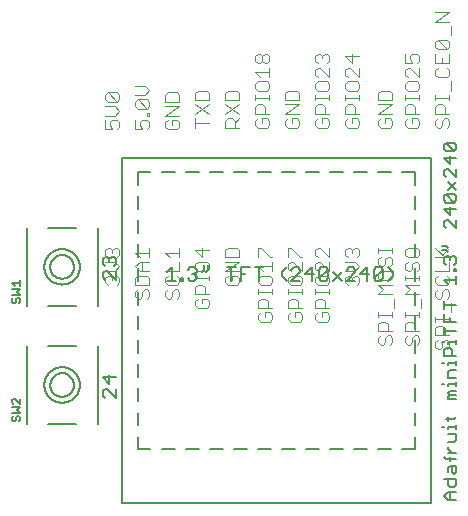
<source format=gbr>
G04 EAGLE Gerber RS-274X export*
G75*
%MOMM*%
%FSLAX34Y34*%
%LPD*%
%INSilkscreen Top*%
%IPPOS*%
%AMOC8*
5,1,8,0,0,1.08239X$1,22.5*%
G01*
%ADD10C,0.152400*%
%ADD11C,0.203200*%
%ADD12C,0.101600*%
%ADD13C,0.127000*%


D10*
X19588Y173525D02*
X19588Y166068D01*
X12131Y173525D01*
X10267Y173525D01*
X8402Y171661D01*
X8402Y167932D01*
X10267Y166068D01*
X10267Y177762D02*
X8402Y179626D01*
X8402Y183355D01*
X10267Y185219D01*
X12131Y185219D01*
X13995Y183355D01*
X13995Y181491D01*
X13995Y183355D02*
X15860Y185219D01*
X17724Y185219D01*
X19588Y183355D01*
X19588Y179626D01*
X17724Y177762D01*
X19588Y73525D02*
X19588Y66068D01*
X12131Y73525D01*
X10267Y73525D01*
X8402Y71661D01*
X8402Y67932D01*
X10267Y66068D01*
X8402Y83355D02*
X19588Y83355D01*
X13995Y77762D02*
X8402Y83355D01*
X13995Y85219D02*
X13995Y77762D01*
X300582Y-20317D02*
X307438Y-20317D01*
X300582Y-20317D02*
X297153Y-16889D01*
X300582Y-13461D01*
X307438Y-13461D01*
X302296Y-13461D02*
X302296Y-20317D01*
X307438Y-2596D02*
X297153Y-2596D01*
X307438Y-2596D02*
X307438Y-7738D01*
X305724Y-9452D01*
X302296Y-9452D01*
X300582Y-7738D01*
X300582Y-2596D01*
X300582Y3127D02*
X300582Y6556D01*
X302296Y8270D01*
X307438Y8270D01*
X307438Y3127D01*
X305724Y1413D01*
X304010Y3127D01*
X304010Y8270D01*
X307438Y13993D02*
X298867Y13993D01*
X297153Y15707D01*
X302296Y15707D02*
X302296Y12278D01*
X300582Y19522D02*
X307438Y19522D01*
X304010Y19522D02*
X300582Y22950D01*
X300582Y24664D01*
X300582Y28576D02*
X305724Y28576D01*
X307438Y30290D01*
X307438Y35433D01*
X300582Y35433D01*
X300582Y39442D02*
X300582Y41156D01*
X307438Y41156D01*
X307438Y39442D02*
X307438Y42870D01*
X297153Y41156D02*
X295439Y41156D01*
X298867Y48399D02*
X305724Y48399D01*
X307438Y50113D01*
X300582Y50113D02*
X300582Y46685D01*
X300582Y64794D02*
X307438Y64794D01*
X300582Y64794D02*
X300582Y66508D01*
X302296Y68222D01*
X307438Y68222D01*
X302296Y68222D02*
X300582Y69936D01*
X302296Y71650D01*
X307438Y71650D01*
X300582Y75659D02*
X300582Y77373D01*
X307438Y77373D01*
X307438Y75659D02*
X307438Y79087D01*
X297153Y77373D02*
X295439Y77373D01*
X300582Y82903D02*
X307438Y82903D01*
X300582Y82903D02*
X300582Y88045D01*
X302296Y89759D01*
X307438Y89759D01*
X300582Y93768D02*
X300582Y95482D01*
X307438Y95482D01*
X307438Y93768D02*
X307438Y97196D01*
X297153Y95482D02*
X295439Y95482D01*
X297153Y101011D02*
X307438Y101011D01*
X297153Y101011D02*
X297153Y106154D01*
X298867Y107868D01*
X302296Y107868D01*
X304010Y106154D01*
X304010Y101011D01*
X300582Y111877D02*
X300582Y113591D01*
X307438Y113591D01*
X307438Y111877D02*
X307438Y115305D01*
X297153Y113591D02*
X295439Y113591D01*
X297153Y122548D02*
X307438Y122548D01*
X297153Y119120D02*
X297153Y125977D01*
X297153Y129985D02*
X307438Y129985D01*
X297153Y129985D02*
X297153Y136842D01*
X302296Y133414D02*
X302296Y129985D01*
X307438Y144279D02*
X297153Y144279D01*
X297153Y140851D02*
X297153Y147707D01*
X300582Y162581D02*
X297153Y166010D01*
X307438Y166010D01*
X307438Y169438D02*
X307438Y162581D01*
X307438Y173447D02*
X305724Y173447D01*
X305724Y175161D01*
X307438Y175161D01*
X307438Y173447D01*
X298867Y178879D02*
X297153Y180593D01*
X297153Y184022D01*
X298867Y185736D01*
X300582Y185736D01*
X302296Y184022D01*
X302296Y182307D01*
X302296Y184022D02*
X304010Y185736D01*
X305724Y185736D01*
X307438Y184022D01*
X307438Y180593D01*
X305724Y178879D01*
X298867Y191459D02*
X295439Y191459D01*
X298867Y191459D02*
X300582Y189745D01*
X298867Y194887D02*
X295439Y194887D01*
X298867Y194887D02*
X300582Y193173D01*
X307438Y209664D02*
X307438Y216521D01*
X300582Y216521D02*
X307438Y209664D01*
X300582Y216521D02*
X298867Y216521D01*
X297153Y214807D01*
X297153Y211378D01*
X298867Y209664D01*
X297153Y225672D02*
X307438Y225672D01*
X302296Y220529D02*
X297153Y225672D01*
X302296Y227386D02*
X302296Y220529D01*
X305724Y231395D02*
X298867Y231395D01*
X297153Y233109D01*
X297153Y236537D01*
X298867Y238251D01*
X305724Y238251D01*
X307438Y236537D01*
X307438Y233109D01*
X305724Y231395D01*
X298867Y238251D01*
X300582Y242260D02*
X307438Y249117D01*
X300582Y249117D02*
X307438Y242260D01*
X307438Y253125D02*
X307438Y259982D01*
X300582Y259982D02*
X307438Y253125D01*
X300582Y259982D02*
X298867Y259982D01*
X297153Y258268D01*
X297153Y254839D01*
X298867Y253125D01*
X297153Y269133D02*
X307438Y269133D01*
X302296Y263991D02*
X297153Y269133D01*
X302296Y270847D02*
X302296Y263991D01*
X305724Y274856D02*
X298867Y274856D01*
X297153Y276570D01*
X297153Y279998D01*
X298867Y281712D01*
X305724Y281712D01*
X307438Y279998D01*
X307438Y276570D01*
X305724Y274856D01*
X298867Y281712D01*
D11*
X-56000Y210000D02*
X-56000Y144000D01*
X4000Y144000D02*
X4000Y210000D01*
X-14000Y144000D02*
X-38000Y144000D01*
X-38000Y210000D02*
X-14000Y210000D01*
X-41033Y177000D02*
X-41028Y177369D01*
X-41015Y177738D01*
X-40992Y178106D01*
X-40961Y178473D01*
X-40920Y178840D01*
X-40870Y179206D01*
X-40812Y179570D01*
X-40744Y179933D01*
X-40668Y180294D01*
X-40582Y180653D01*
X-40488Y181009D01*
X-40386Y181364D01*
X-40274Y181716D01*
X-40154Y182064D01*
X-40026Y182410D01*
X-39889Y182753D01*
X-39743Y183092D01*
X-39590Y183427D01*
X-39428Y183759D01*
X-39258Y184087D01*
X-39080Y184410D01*
X-38894Y184729D01*
X-38701Y185043D01*
X-38499Y185352D01*
X-38291Y185656D01*
X-38075Y185955D01*
X-37851Y186249D01*
X-37621Y186537D01*
X-37383Y186819D01*
X-37139Y187096D01*
X-36888Y187366D01*
X-36630Y187630D01*
X-36366Y187888D01*
X-36096Y188139D01*
X-35819Y188383D01*
X-35537Y188621D01*
X-35249Y188851D01*
X-34955Y189075D01*
X-34656Y189291D01*
X-34352Y189499D01*
X-34043Y189701D01*
X-33729Y189894D01*
X-33410Y190080D01*
X-33087Y190258D01*
X-32759Y190428D01*
X-32427Y190590D01*
X-32092Y190743D01*
X-31753Y190889D01*
X-31410Y191026D01*
X-31064Y191154D01*
X-30716Y191274D01*
X-30364Y191386D01*
X-30009Y191488D01*
X-29653Y191582D01*
X-29294Y191668D01*
X-28933Y191744D01*
X-28570Y191812D01*
X-28206Y191870D01*
X-27840Y191920D01*
X-27473Y191961D01*
X-27106Y191992D01*
X-26738Y192015D01*
X-26369Y192028D01*
X-26000Y192033D01*
X-25631Y192028D01*
X-25262Y192015D01*
X-24894Y191992D01*
X-24527Y191961D01*
X-24160Y191920D01*
X-23794Y191870D01*
X-23430Y191812D01*
X-23067Y191744D01*
X-22706Y191668D01*
X-22347Y191582D01*
X-21991Y191488D01*
X-21636Y191386D01*
X-21284Y191274D01*
X-20936Y191154D01*
X-20590Y191026D01*
X-20247Y190889D01*
X-19908Y190743D01*
X-19573Y190590D01*
X-19241Y190428D01*
X-18913Y190258D01*
X-18590Y190080D01*
X-18271Y189894D01*
X-17957Y189701D01*
X-17648Y189499D01*
X-17344Y189291D01*
X-17045Y189075D01*
X-16751Y188851D01*
X-16463Y188621D01*
X-16181Y188383D01*
X-15904Y188139D01*
X-15634Y187888D01*
X-15370Y187630D01*
X-15112Y187366D01*
X-14861Y187096D01*
X-14617Y186819D01*
X-14379Y186537D01*
X-14149Y186249D01*
X-13925Y185955D01*
X-13709Y185656D01*
X-13501Y185352D01*
X-13299Y185043D01*
X-13106Y184729D01*
X-12920Y184410D01*
X-12742Y184087D01*
X-12572Y183759D01*
X-12410Y183427D01*
X-12257Y183092D01*
X-12111Y182753D01*
X-11974Y182410D01*
X-11846Y182064D01*
X-11726Y181716D01*
X-11614Y181364D01*
X-11512Y181009D01*
X-11418Y180653D01*
X-11332Y180294D01*
X-11256Y179933D01*
X-11188Y179570D01*
X-11130Y179206D01*
X-11080Y178840D01*
X-11039Y178473D01*
X-11008Y178106D01*
X-10985Y177738D01*
X-10972Y177369D01*
X-10967Y177000D01*
X-10972Y176631D01*
X-10985Y176262D01*
X-11008Y175894D01*
X-11039Y175527D01*
X-11080Y175160D01*
X-11130Y174794D01*
X-11188Y174430D01*
X-11256Y174067D01*
X-11332Y173706D01*
X-11418Y173347D01*
X-11512Y172991D01*
X-11614Y172636D01*
X-11726Y172284D01*
X-11846Y171936D01*
X-11974Y171590D01*
X-12111Y171247D01*
X-12257Y170908D01*
X-12410Y170573D01*
X-12572Y170241D01*
X-12742Y169913D01*
X-12920Y169590D01*
X-13106Y169271D01*
X-13299Y168957D01*
X-13501Y168648D01*
X-13709Y168344D01*
X-13925Y168045D01*
X-14149Y167751D01*
X-14379Y167463D01*
X-14617Y167181D01*
X-14861Y166904D01*
X-15112Y166634D01*
X-15370Y166370D01*
X-15634Y166112D01*
X-15904Y165861D01*
X-16181Y165617D01*
X-16463Y165379D01*
X-16751Y165149D01*
X-17045Y164925D01*
X-17344Y164709D01*
X-17648Y164501D01*
X-17957Y164299D01*
X-18271Y164106D01*
X-18590Y163920D01*
X-18913Y163742D01*
X-19241Y163572D01*
X-19573Y163410D01*
X-19908Y163257D01*
X-20247Y163111D01*
X-20590Y162974D01*
X-20936Y162846D01*
X-21284Y162726D01*
X-21636Y162614D01*
X-21991Y162512D01*
X-22347Y162418D01*
X-22706Y162332D01*
X-23067Y162256D01*
X-23430Y162188D01*
X-23794Y162130D01*
X-24160Y162080D01*
X-24527Y162039D01*
X-24894Y162008D01*
X-25262Y161985D01*
X-25631Y161972D01*
X-26000Y161967D01*
X-26369Y161972D01*
X-26738Y161985D01*
X-27106Y162008D01*
X-27473Y162039D01*
X-27840Y162080D01*
X-28206Y162130D01*
X-28570Y162188D01*
X-28933Y162256D01*
X-29294Y162332D01*
X-29653Y162418D01*
X-30009Y162512D01*
X-30364Y162614D01*
X-30716Y162726D01*
X-31064Y162846D01*
X-31410Y162974D01*
X-31753Y163111D01*
X-32092Y163257D01*
X-32427Y163410D01*
X-32759Y163572D01*
X-33087Y163742D01*
X-33410Y163920D01*
X-33729Y164106D01*
X-34043Y164299D01*
X-34352Y164501D01*
X-34656Y164709D01*
X-34955Y164925D01*
X-35249Y165149D01*
X-35537Y165379D01*
X-35819Y165617D01*
X-36096Y165861D01*
X-36366Y166112D01*
X-36630Y166370D01*
X-36888Y166634D01*
X-37139Y166904D01*
X-37383Y167181D01*
X-37621Y167463D01*
X-37851Y167751D01*
X-38075Y168045D01*
X-38291Y168344D01*
X-38499Y168648D01*
X-38701Y168957D01*
X-38894Y169271D01*
X-39080Y169590D01*
X-39258Y169913D01*
X-39428Y170241D01*
X-39590Y170573D01*
X-39743Y170908D01*
X-39889Y171247D01*
X-40026Y171590D01*
X-40154Y171936D01*
X-40274Y172284D01*
X-40386Y172636D01*
X-40488Y172991D01*
X-40582Y173347D01*
X-40668Y173706D01*
X-40744Y174067D01*
X-40812Y174430D01*
X-40870Y174794D01*
X-40920Y175160D01*
X-40961Y175527D01*
X-40992Y175894D01*
X-41015Y176262D01*
X-41028Y176631D01*
X-41033Y177000D01*
X-36000Y177000D02*
X-35997Y177245D01*
X-35988Y177491D01*
X-35973Y177736D01*
X-35952Y177980D01*
X-35925Y178224D01*
X-35892Y178467D01*
X-35853Y178710D01*
X-35808Y178951D01*
X-35757Y179191D01*
X-35700Y179430D01*
X-35638Y179667D01*
X-35569Y179903D01*
X-35495Y180137D01*
X-35415Y180369D01*
X-35330Y180599D01*
X-35239Y180827D01*
X-35142Y181052D01*
X-35040Y181276D01*
X-34932Y181496D01*
X-34819Y181714D01*
X-34701Y181929D01*
X-34577Y182141D01*
X-34449Y182350D01*
X-34315Y182556D01*
X-34176Y182758D01*
X-34032Y182957D01*
X-33883Y183152D01*
X-33730Y183344D01*
X-33572Y183532D01*
X-33410Y183716D01*
X-33242Y183895D01*
X-33071Y184071D01*
X-32895Y184242D01*
X-32716Y184410D01*
X-32532Y184572D01*
X-32344Y184730D01*
X-32152Y184883D01*
X-31957Y185032D01*
X-31758Y185176D01*
X-31556Y185315D01*
X-31350Y185449D01*
X-31141Y185577D01*
X-30929Y185701D01*
X-30714Y185819D01*
X-30496Y185932D01*
X-30276Y186040D01*
X-30052Y186142D01*
X-29827Y186239D01*
X-29599Y186330D01*
X-29369Y186415D01*
X-29137Y186495D01*
X-28903Y186569D01*
X-28667Y186638D01*
X-28430Y186700D01*
X-28191Y186757D01*
X-27951Y186808D01*
X-27710Y186853D01*
X-27467Y186892D01*
X-27224Y186925D01*
X-26980Y186952D01*
X-26736Y186973D01*
X-26491Y186988D01*
X-26245Y186997D01*
X-26000Y187000D01*
X-25755Y186997D01*
X-25509Y186988D01*
X-25264Y186973D01*
X-25020Y186952D01*
X-24776Y186925D01*
X-24533Y186892D01*
X-24290Y186853D01*
X-24049Y186808D01*
X-23809Y186757D01*
X-23570Y186700D01*
X-23333Y186638D01*
X-23097Y186569D01*
X-22863Y186495D01*
X-22631Y186415D01*
X-22401Y186330D01*
X-22173Y186239D01*
X-21948Y186142D01*
X-21724Y186040D01*
X-21504Y185932D01*
X-21286Y185819D01*
X-21071Y185701D01*
X-20859Y185577D01*
X-20650Y185449D01*
X-20444Y185315D01*
X-20242Y185176D01*
X-20043Y185032D01*
X-19848Y184883D01*
X-19656Y184730D01*
X-19468Y184572D01*
X-19284Y184410D01*
X-19105Y184242D01*
X-18929Y184071D01*
X-18758Y183895D01*
X-18590Y183716D01*
X-18428Y183532D01*
X-18270Y183344D01*
X-18117Y183152D01*
X-17968Y182957D01*
X-17824Y182758D01*
X-17685Y182556D01*
X-17551Y182350D01*
X-17423Y182141D01*
X-17299Y181929D01*
X-17181Y181714D01*
X-17068Y181496D01*
X-16960Y181276D01*
X-16858Y181052D01*
X-16761Y180827D01*
X-16670Y180599D01*
X-16585Y180369D01*
X-16505Y180137D01*
X-16431Y179903D01*
X-16362Y179667D01*
X-16300Y179430D01*
X-16243Y179191D01*
X-16192Y178951D01*
X-16147Y178710D01*
X-16108Y178467D01*
X-16075Y178224D01*
X-16048Y177980D01*
X-16027Y177736D01*
X-16012Y177491D01*
X-16003Y177245D01*
X-16000Y177000D01*
X-16003Y176755D01*
X-16012Y176509D01*
X-16027Y176264D01*
X-16048Y176020D01*
X-16075Y175776D01*
X-16108Y175533D01*
X-16147Y175290D01*
X-16192Y175049D01*
X-16243Y174809D01*
X-16300Y174570D01*
X-16362Y174333D01*
X-16431Y174097D01*
X-16505Y173863D01*
X-16585Y173631D01*
X-16670Y173401D01*
X-16761Y173173D01*
X-16858Y172948D01*
X-16960Y172724D01*
X-17068Y172504D01*
X-17181Y172286D01*
X-17299Y172071D01*
X-17423Y171859D01*
X-17551Y171650D01*
X-17685Y171444D01*
X-17824Y171242D01*
X-17968Y171043D01*
X-18117Y170848D01*
X-18270Y170656D01*
X-18428Y170468D01*
X-18590Y170284D01*
X-18758Y170105D01*
X-18929Y169929D01*
X-19105Y169758D01*
X-19284Y169590D01*
X-19468Y169428D01*
X-19656Y169270D01*
X-19848Y169117D01*
X-20043Y168968D01*
X-20242Y168824D01*
X-20444Y168685D01*
X-20650Y168551D01*
X-20859Y168423D01*
X-21071Y168299D01*
X-21286Y168181D01*
X-21504Y168068D01*
X-21724Y167960D01*
X-21948Y167858D01*
X-22173Y167761D01*
X-22401Y167670D01*
X-22631Y167585D01*
X-22863Y167505D01*
X-23097Y167431D01*
X-23333Y167362D01*
X-23570Y167300D01*
X-23809Y167243D01*
X-24049Y167192D01*
X-24290Y167147D01*
X-24533Y167108D01*
X-24776Y167075D01*
X-25020Y167048D01*
X-25264Y167027D01*
X-25509Y167012D01*
X-25755Y167003D01*
X-26000Y167000D01*
X-26245Y167003D01*
X-26491Y167012D01*
X-26736Y167027D01*
X-26980Y167048D01*
X-27224Y167075D01*
X-27467Y167108D01*
X-27710Y167147D01*
X-27951Y167192D01*
X-28191Y167243D01*
X-28430Y167300D01*
X-28667Y167362D01*
X-28903Y167431D01*
X-29137Y167505D01*
X-29369Y167585D01*
X-29599Y167670D01*
X-29827Y167761D01*
X-30052Y167858D01*
X-30276Y167960D01*
X-30496Y168068D01*
X-30714Y168181D01*
X-30929Y168299D01*
X-31141Y168423D01*
X-31350Y168551D01*
X-31556Y168685D01*
X-31758Y168824D01*
X-31957Y168968D01*
X-32152Y169117D01*
X-32344Y169270D01*
X-32532Y169428D01*
X-32716Y169590D01*
X-32895Y169758D01*
X-33071Y169929D01*
X-33242Y170105D01*
X-33410Y170284D01*
X-33572Y170468D01*
X-33730Y170656D01*
X-33883Y170848D01*
X-34032Y171043D01*
X-34176Y171242D01*
X-34315Y171444D01*
X-34449Y171650D01*
X-34577Y171859D01*
X-34701Y172071D01*
X-34819Y172286D01*
X-34932Y172504D01*
X-35040Y172724D01*
X-35142Y172948D01*
X-35239Y173173D01*
X-35330Y173401D01*
X-35415Y173631D01*
X-35495Y173863D01*
X-35569Y174097D01*
X-35638Y174333D01*
X-35700Y174570D01*
X-35757Y174809D01*
X-35808Y175049D01*
X-35853Y175290D01*
X-35892Y175533D01*
X-35925Y175776D01*
X-35952Y176020D01*
X-35973Y176264D01*
X-35988Y176509D01*
X-35997Y176755D01*
X-36000Y177000D01*
D10*
X-67270Y150418D02*
X-68372Y149317D01*
X-68372Y147114D01*
X-67270Y146012D01*
X-66168Y146012D01*
X-65067Y147114D01*
X-65067Y149317D01*
X-63965Y150418D01*
X-62864Y150418D01*
X-61762Y149317D01*
X-61762Y147114D01*
X-62864Y146012D01*
X-61762Y153496D02*
X-68372Y153496D01*
X-63965Y155699D02*
X-61762Y153496D01*
X-63965Y155699D02*
X-61762Y157903D01*
X-68372Y157903D01*
X-66168Y160980D02*
X-68372Y163184D01*
X-61762Y163184D01*
X-61762Y165387D02*
X-61762Y160980D01*
D11*
X-56000Y110000D02*
X-56000Y44000D01*
X4000Y44000D02*
X4000Y110000D01*
X-14000Y44000D02*
X-38000Y44000D01*
X-38000Y110000D02*
X-14000Y110000D01*
X-41033Y77000D02*
X-41028Y77369D01*
X-41015Y77738D01*
X-40992Y78106D01*
X-40961Y78473D01*
X-40920Y78840D01*
X-40870Y79206D01*
X-40812Y79570D01*
X-40744Y79933D01*
X-40668Y80294D01*
X-40582Y80653D01*
X-40488Y81009D01*
X-40386Y81364D01*
X-40274Y81716D01*
X-40154Y82064D01*
X-40026Y82410D01*
X-39889Y82753D01*
X-39743Y83092D01*
X-39590Y83427D01*
X-39428Y83759D01*
X-39258Y84087D01*
X-39080Y84410D01*
X-38894Y84729D01*
X-38701Y85043D01*
X-38499Y85352D01*
X-38291Y85656D01*
X-38075Y85955D01*
X-37851Y86249D01*
X-37621Y86537D01*
X-37383Y86819D01*
X-37139Y87096D01*
X-36888Y87366D01*
X-36630Y87630D01*
X-36366Y87888D01*
X-36096Y88139D01*
X-35819Y88383D01*
X-35537Y88621D01*
X-35249Y88851D01*
X-34955Y89075D01*
X-34656Y89291D01*
X-34352Y89499D01*
X-34043Y89701D01*
X-33729Y89894D01*
X-33410Y90080D01*
X-33087Y90258D01*
X-32759Y90428D01*
X-32427Y90590D01*
X-32092Y90743D01*
X-31753Y90889D01*
X-31410Y91026D01*
X-31064Y91154D01*
X-30716Y91274D01*
X-30364Y91386D01*
X-30009Y91488D01*
X-29653Y91582D01*
X-29294Y91668D01*
X-28933Y91744D01*
X-28570Y91812D01*
X-28206Y91870D01*
X-27840Y91920D01*
X-27473Y91961D01*
X-27106Y91992D01*
X-26738Y92015D01*
X-26369Y92028D01*
X-26000Y92033D01*
X-25631Y92028D01*
X-25262Y92015D01*
X-24894Y91992D01*
X-24527Y91961D01*
X-24160Y91920D01*
X-23794Y91870D01*
X-23430Y91812D01*
X-23067Y91744D01*
X-22706Y91668D01*
X-22347Y91582D01*
X-21991Y91488D01*
X-21636Y91386D01*
X-21284Y91274D01*
X-20936Y91154D01*
X-20590Y91026D01*
X-20247Y90889D01*
X-19908Y90743D01*
X-19573Y90590D01*
X-19241Y90428D01*
X-18913Y90258D01*
X-18590Y90080D01*
X-18271Y89894D01*
X-17957Y89701D01*
X-17648Y89499D01*
X-17344Y89291D01*
X-17045Y89075D01*
X-16751Y88851D01*
X-16463Y88621D01*
X-16181Y88383D01*
X-15904Y88139D01*
X-15634Y87888D01*
X-15370Y87630D01*
X-15112Y87366D01*
X-14861Y87096D01*
X-14617Y86819D01*
X-14379Y86537D01*
X-14149Y86249D01*
X-13925Y85955D01*
X-13709Y85656D01*
X-13501Y85352D01*
X-13299Y85043D01*
X-13106Y84729D01*
X-12920Y84410D01*
X-12742Y84087D01*
X-12572Y83759D01*
X-12410Y83427D01*
X-12257Y83092D01*
X-12111Y82753D01*
X-11974Y82410D01*
X-11846Y82064D01*
X-11726Y81716D01*
X-11614Y81364D01*
X-11512Y81009D01*
X-11418Y80653D01*
X-11332Y80294D01*
X-11256Y79933D01*
X-11188Y79570D01*
X-11130Y79206D01*
X-11080Y78840D01*
X-11039Y78473D01*
X-11008Y78106D01*
X-10985Y77738D01*
X-10972Y77369D01*
X-10967Y77000D01*
X-10972Y76631D01*
X-10985Y76262D01*
X-11008Y75894D01*
X-11039Y75527D01*
X-11080Y75160D01*
X-11130Y74794D01*
X-11188Y74430D01*
X-11256Y74067D01*
X-11332Y73706D01*
X-11418Y73347D01*
X-11512Y72991D01*
X-11614Y72636D01*
X-11726Y72284D01*
X-11846Y71936D01*
X-11974Y71590D01*
X-12111Y71247D01*
X-12257Y70908D01*
X-12410Y70573D01*
X-12572Y70241D01*
X-12742Y69913D01*
X-12920Y69590D01*
X-13106Y69271D01*
X-13299Y68957D01*
X-13501Y68648D01*
X-13709Y68344D01*
X-13925Y68045D01*
X-14149Y67751D01*
X-14379Y67463D01*
X-14617Y67181D01*
X-14861Y66904D01*
X-15112Y66634D01*
X-15370Y66370D01*
X-15634Y66112D01*
X-15904Y65861D01*
X-16181Y65617D01*
X-16463Y65379D01*
X-16751Y65149D01*
X-17045Y64925D01*
X-17344Y64709D01*
X-17648Y64501D01*
X-17957Y64299D01*
X-18271Y64106D01*
X-18590Y63920D01*
X-18913Y63742D01*
X-19241Y63572D01*
X-19573Y63410D01*
X-19908Y63257D01*
X-20247Y63111D01*
X-20590Y62974D01*
X-20936Y62846D01*
X-21284Y62726D01*
X-21636Y62614D01*
X-21991Y62512D01*
X-22347Y62418D01*
X-22706Y62332D01*
X-23067Y62256D01*
X-23430Y62188D01*
X-23794Y62130D01*
X-24160Y62080D01*
X-24527Y62039D01*
X-24894Y62008D01*
X-25262Y61985D01*
X-25631Y61972D01*
X-26000Y61967D01*
X-26369Y61972D01*
X-26738Y61985D01*
X-27106Y62008D01*
X-27473Y62039D01*
X-27840Y62080D01*
X-28206Y62130D01*
X-28570Y62188D01*
X-28933Y62256D01*
X-29294Y62332D01*
X-29653Y62418D01*
X-30009Y62512D01*
X-30364Y62614D01*
X-30716Y62726D01*
X-31064Y62846D01*
X-31410Y62974D01*
X-31753Y63111D01*
X-32092Y63257D01*
X-32427Y63410D01*
X-32759Y63572D01*
X-33087Y63742D01*
X-33410Y63920D01*
X-33729Y64106D01*
X-34043Y64299D01*
X-34352Y64501D01*
X-34656Y64709D01*
X-34955Y64925D01*
X-35249Y65149D01*
X-35537Y65379D01*
X-35819Y65617D01*
X-36096Y65861D01*
X-36366Y66112D01*
X-36630Y66370D01*
X-36888Y66634D01*
X-37139Y66904D01*
X-37383Y67181D01*
X-37621Y67463D01*
X-37851Y67751D01*
X-38075Y68045D01*
X-38291Y68344D01*
X-38499Y68648D01*
X-38701Y68957D01*
X-38894Y69271D01*
X-39080Y69590D01*
X-39258Y69913D01*
X-39428Y70241D01*
X-39590Y70573D01*
X-39743Y70908D01*
X-39889Y71247D01*
X-40026Y71590D01*
X-40154Y71936D01*
X-40274Y72284D01*
X-40386Y72636D01*
X-40488Y72991D01*
X-40582Y73347D01*
X-40668Y73706D01*
X-40744Y74067D01*
X-40812Y74430D01*
X-40870Y74794D01*
X-40920Y75160D01*
X-40961Y75527D01*
X-40992Y75894D01*
X-41015Y76262D01*
X-41028Y76631D01*
X-41033Y77000D01*
X-36000Y77000D02*
X-35997Y77245D01*
X-35988Y77491D01*
X-35973Y77736D01*
X-35952Y77980D01*
X-35925Y78224D01*
X-35892Y78467D01*
X-35853Y78710D01*
X-35808Y78951D01*
X-35757Y79191D01*
X-35700Y79430D01*
X-35638Y79667D01*
X-35569Y79903D01*
X-35495Y80137D01*
X-35415Y80369D01*
X-35330Y80599D01*
X-35239Y80827D01*
X-35142Y81052D01*
X-35040Y81276D01*
X-34932Y81496D01*
X-34819Y81714D01*
X-34701Y81929D01*
X-34577Y82141D01*
X-34449Y82350D01*
X-34315Y82556D01*
X-34176Y82758D01*
X-34032Y82957D01*
X-33883Y83152D01*
X-33730Y83344D01*
X-33572Y83532D01*
X-33410Y83716D01*
X-33242Y83895D01*
X-33071Y84071D01*
X-32895Y84242D01*
X-32716Y84410D01*
X-32532Y84572D01*
X-32344Y84730D01*
X-32152Y84883D01*
X-31957Y85032D01*
X-31758Y85176D01*
X-31556Y85315D01*
X-31350Y85449D01*
X-31141Y85577D01*
X-30929Y85701D01*
X-30714Y85819D01*
X-30496Y85932D01*
X-30276Y86040D01*
X-30052Y86142D01*
X-29827Y86239D01*
X-29599Y86330D01*
X-29369Y86415D01*
X-29137Y86495D01*
X-28903Y86569D01*
X-28667Y86638D01*
X-28430Y86700D01*
X-28191Y86757D01*
X-27951Y86808D01*
X-27710Y86853D01*
X-27467Y86892D01*
X-27224Y86925D01*
X-26980Y86952D01*
X-26736Y86973D01*
X-26491Y86988D01*
X-26245Y86997D01*
X-26000Y87000D01*
X-25755Y86997D01*
X-25509Y86988D01*
X-25264Y86973D01*
X-25020Y86952D01*
X-24776Y86925D01*
X-24533Y86892D01*
X-24290Y86853D01*
X-24049Y86808D01*
X-23809Y86757D01*
X-23570Y86700D01*
X-23333Y86638D01*
X-23097Y86569D01*
X-22863Y86495D01*
X-22631Y86415D01*
X-22401Y86330D01*
X-22173Y86239D01*
X-21948Y86142D01*
X-21724Y86040D01*
X-21504Y85932D01*
X-21286Y85819D01*
X-21071Y85701D01*
X-20859Y85577D01*
X-20650Y85449D01*
X-20444Y85315D01*
X-20242Y85176D01*
X-20043Y85032D01*
X-19848Y84883D01*
X-19656Y84730D01*
X-19468Y84572D01*
X-19284Y84410D01*
X-19105Y84242D01*
X-18929Y84071D01*
X-18758Y83895D01*
X-18590Y83716D01*
X-18428Y83532D01*
X-18270Y83344D01*
X-18117Y83152D01*
X-17968Y82957D01*
X-17824Y82758D01*
X-17685Y82556D01*
X-17551Y82350D01*
X-17423Y82141D01*
X-17299Y81929D01*
X-17181Y81714D01*
X-17068Y81496D01*
X-16960Y81276D01*
X-16858Y81052D01*
X-16761Y80827D01*
X-16670Y80599D01*
X-16585Y80369D01*
X-16505Y80137D01*
X-16431Y79903D01*
X-16362Y79667D01*
X-16300Y79430D01*
X-16243Y79191D01*
X-16192Y78951D01*
X-16147Y78710D01*
X-16108Y78467D01*
X-16075Y78224D01*
X-16048Y77980D01*
X-16027Y77736D01*
X-16012Y77491D01*
X-16003Y77245D01*
X-16000Y77000D01*
X-16003Y76755D01*
X-16012Y76509D01*
X-16027Y76264D01*
X-16048Y76020D01*
X-16075Y75776D01*
X-16108Y75533D01*
X-16147Y75290D01*
X-16192Y75049D01*
X-16243Y74809D01*
X-16300Y74570D01*
X-16362Y74333D01*
X-16431Y74097D01*
X-16505Y73863D01*
X-16585Y73631D01*
X-16670Y73401D01*
X-16761Y73173D01*
X-16858Y72948D01*
X-16960Y72724D01*
X-17068Y72504D01*
X-17181Y72286D01*
X-17299Y72071D01*
X-17423Y71859D01*
X-17551Y71650D01*
X-17685Y71444D01*
X-17824Y71242D01*
X-17968Y71043D01*
X-18117Y70848D01*
X-18270Y70656D01*
X-18428Y70468D01*
X-18590Y70284D01*
X-18758Y70105D01*
X-18929Y69929D01*
X-19105Y69758D01*
X-19284Y69590D01*
X-19468Y69428D01*
X-19656Y69270D01*
X-19848Y69117D01*
X-20043Y68968D01*
X-20242Y68824D01*
X-20444Y68685D01*
X-20650Y68551D01*
X-20859Y68423D01*
X-21071Y68299D01*
X-21286Y68181D01*
X-21504Y68068D01*
X-21724Y67960D01*
X-21948Y67858D01*
X-22173Y67761D01*
X-22401Y67670D01*
X-22631Y67585D01*
X-22863Y67505D01*
X-23097Y67431D01*
X-23333Y67362D01*
X-23570Y67300D01*
X-23809Y67243D01*
X-24049Y67192D01*
X-24290Y67147D01*
X-24533Y67108D01*
X-24776Y67075D01*
X-25020Y67048D01*
X-25264Y67027D01*
X-25509Y67012D01*
X-25755Y67003D01*
X-26000Y67000D01*
X-26245Y67003D01*
X-26491Y67012D01*
X-26736Y67027D01*
X-26980Y67048D01*
X-27224Y67075D01*
X-27467Y67108D01*
X-27710Y67147D01*
X-27951Y67192D01*
X-28191Y67243D01*
X-28430Y67300D01*
X-28667Y67362D01*
X-28903Y67431D01*
X-29137Y67505D01*
X-29369Y67585D01*
X-29599Y67670D01*
X-29827Y67761D01*
X-30052Y67858D01*
X-30276Y67960D01*
X-30496Y68068D01*
X-30714Y68181D01*
X-30929Y68299D01*
X-31141Y68423D01*
X-31350Y68551D01*
X-31556Y68685D01*
X-31758Y68824D01*
X-31957Y68968D01*
X-32152Y69117D01*
X-32344Y69270D01*
X-32532Y69428D01*
X-32716Y69590D01*
X-32895Y69758D01*
X-33071Y69929D01*
X-33242Y70105D01*
X-33410Y70284D01*
X-33572Y70468D01*
X-33730Y70656D01*
X-33883Y70848D01*
X-34032Y71043D01*
X-34176Y71242D01*
X-34315Y71444D01*
X-34449Y71650D01*
X-34577Y71859D01*
X-34701Y72071D01*
X-34819Y72286D01*
X-34932Y72504D01*
X-35040Y72724D01*
X-35142Y72948D01*
X-35239Y73173D01*
X-35330Y73401D01*
X-35415Y73631D01*
X-35495Y73863D01*
X-35569Y74097D01*
X-35638Y74333D01*
X-35700Y74570D01*
X-35757Y74809D01*
X-35808Y75049D01*
X-35853Y75290D01*
X-35892Y75533D01*
X-35925Y75776D01*
X-35952Y76020D01*
X-35973Y76264D01*
X-35988Y76509D01*
X-35997Y76755D01*
X-36000Y77000D01*
D10*
X-67270Y50418D02*
X-68372Y49317D01*
X-68372Y47114D01*
X-67270Y46012D01*
X-66168Y46012D01*
X-65067Y47114D01*
X-65067Y49317D01*
X-63965Y50418D01*
X-62864Y50418D01*
X-61762Y49317D01*
X-61762Y47114D01*
X-62864Y46012D01*
X-61762Y53496D02*
X-68372Y53496D01*
X-63965Y55699D02*
X-61762Y53496D01*
X-63965Y55699D02*
X-61762Y57903D01*
X-68372Y57903D01*
X-61762Y60980D02*
X-61762Y65387D01*
X-66168Y65387D02*
X-61762Y60980D01*
X-66168Y65387D02*
X-67270Y65387D01*
X-68372Y64285D01*
X-68372Y62082D01*
X-67270Y60980D01*
D12*
X10574Y293362D02*
X10574Y301158D01*
X10574Y293362D02*
X16421Y293362D01*
X14472Y297260D01*
X14472Y299209D01*
X16421Y301158D01*
X20319Y301158D01*
X22268Y299209D01*
X22268Y295311D01*
X20319Y293362D01*
X18370Y305056D02*
X10574Y305056D01*
X18370Y305056D02*
X22268Y308954D01*
X18370Y312852D01*
X10574Y312852D01*
X12523Y316750D02*
X20319Y316750D01*
X12523Y316750D02*
X10574Y318699D01*
X10574Y322597D01*
X12523Y324546D01*
X20319Y324546D01*
X22268Y322597D01*
X22268Y318699D01*
X20319Y316750D01*
X12523Y324546D01*
X35974Y301158D02*
X35974Y293362D01*
X41821Y293362D01*
X39872Y297260D01*
X39872Y299209D01*
X41821Y301158D01*
X45719Y301158D01*
X47668Y299209D01*
X47668Y295311D01*
X45719Y293362D01*
X45719Y305056D02*
X47668Y305056D01*
X45719Y305056D02*
X45719Y307005D01*
X47668Y307005D01*
X47668Y305056D01*
X45719Y310903D02*
X37923Y310903D01*
X35974Y312852D01*
X35974Y316750D01*
X37923Y318699D01*
X45719Y318699D01*
X47668Y316750D01*
X47668Y312852D01*
X45719Y310903D01*
X37923Y318699D01*
X35974Y322597D02*
X43770Y322597D01*
X47668Y326495D01*
X43770Y330393D01*
X35974Y330393D01*
X63323Y301158D02*
X61374Y299209D01*
X61374Y295311D01*
X63323Y293362D01*
X71119Y293362D01*
X73068Y295311D01*
X73068Y299209D01*
X71119Y301158D01*
X67221Y301158D01*
X67221Y297260D01*
X73068Y305056D02*
X61374Y305056D01*
X73068Y312852D01*
X61374Y312852D01*
X61374Y316750D02*
X73068Y316750D01*
X73068Y322597D01*
X71119Y324546D01*
X63323Y324546D01*
X61374Y322597D01*
X61374Y316750D01*
X86774Y298784D02*
X98468Y298784D01*
X86774Y294886D02*
X86774Y302682D01*
X86774Y306580D02*
X98468Y314376D01*
X98468Y306580D02*
X86774Y314376D01*
X86774Y318274D02*
X98468Y318274D01*
X98468Y324121D01*
X96519Y326070D01*
X88723Y326070D01*
X86774Y324121D01*
X86774Y318274D01*
X112174Y294886D02*
X123868Y294886D01*
X112174Y294886D02*
X112174Y300733D01*
X114123Y302682D01*
X118021Y302682D01*
X119970Y300733D01*
X119970Y294886D01*
X119970Y298784D02*
X123868Y302682D01*
X123868Y314376D02*
X112174Y306580D01*
X112174Y314376D02*
X123868Y306580D01*
X123868Y318274D02*
X112174Y318274D01*
X123868Y318274D02*
X123868Y324121D01*
X121919Y326070D01*
X114123Y326070D01*
X112174Y324121D01*
X112174Y318274D01*
X137574Y300733D02*
X139523Y302682D01*
X137574Y300733D02*
X137574Y296835D01*
X139523Y294886D01*
X147319Y294886D01*
X149268Y296835D01*
X149268Y300733D01*
X147319Y302682D01*
X143421Y302682D01*
X143421Y298784D01*
X149268Y306580D02*
X137574Y306580D01*
X137574Y312427D01*
X139523Y314376D01*
X143421Y314376D01*
X145370Y312427D01*
X145370Y306580D01*
X149268Y318274D02*
X149268Y322172D01*
X149268Y320223D02*
X137574Y320223D01*
X137574Y318274D02*
X137574Y322172D01*
X137574Y328019D02*
X137574Y331917D01*
X137574Y328019D02*
X139523Y326070D01*
X147319Y326070D01*
X149268Y328019D01*
X149268Y331917D01*
X147319Y333866D01*
X139523Y333866D01*
X137574Y331917D01*
X141472Y337764D02*
X137574Y341662D01*
X149268Y341662D01*
X149268Y337764D02*
X149268Y345560D01*
X139523Y349458D02*
X137574Y351407D01*
X137574Y355305D01*
X139523Y357254D01*
X141472Y357254D01*
X143421Y355305D01*
X145370Y357254D01*
X147319Y357254D01*
X149268Y355305D01*
X149268Y351407D01*
X147319Y349458D01*
X145370Y349458D01*
X143421Y351407D01*
X141472Y349458D01*
X139523Y349458D01*
X143421Y351407D02*
X143421Y355305D01*
X164923Y302682D02*
X162974Y300733D01*
X162974Y296835D01*
X164923Y294886D01*
X172719Y294886D01*
X174668Y296835D01*
X174668Y300733D01*
X172719Y302682D01*
X168821Y302682D01*
X168821Y298784D01*
X174668Y306580D02*
X162974Y306580D01*
X174668Y314376D01*
X162974Y314376D01*
X162974Y318274D02*
X174668Y318274D01*
X174668Y324121D01*
X172719Y326070D01*
X164923Y326070D01*
X162974Y324121D01*
X162974Y318274D01*
X188374Y300733D02*
X190323Y302682D01*
X188374Y300733D02*
X188374Y296835D01*
X190323Y294886D01*
X198119Y294886D01*
X200068Y296835D01*
X200068Y300733D01*
X198119Y302682D01*
X194221Y302682D01*
X194221Y298784D01*
X200068Y306580D02*
X188374Y306580D01*
X188374Y312427D01*
X190323Y314376D01*
X194221Y314376D01*
X196170Y312427D01*
X196170Y306580D01*
X200068Y318274D02*
X200068Y322172D01*
X200068Y320223D02*
X188374Y320223D01*
X188374Y318274D02*
X188374Y322172D01*
X188374Y328019D02*
X188374Y331917D01*
X188374Y328019D02*
X190323Y326070D01*
X198119Y326070D01*
X200068Y328019D01*
X200068Y331917D01*
X198119Y333866D01*
X190323Y333866D01*
X188374Y331917D01*
X200068Y337764D02*
X200068Y345560D01*
X200068Y337764D02*
X192272Y345560D01*
X190323Y345560D01*
X188374Y343611D01*
X188374Y339713D01*
X190323Y337764D01*
X190323Y349458D02*
X188374Y351407D01*
X188374Y355305D01*
X190323Y357254D01*
X192272Y357254D01*
X194221Y355305D01*
X194221Y353356D01*
X194221Y355305D02*
X196170Y357254D01*
X198119Y357254D01*
X200068Y355305D01*
X200068Y351407D01*
X198119Y349458D01*
X215723Y302682D02*
X213774Y300733D01*
X213774Y296835D01*
X215723Y294886D01*
X223519Y294886D01*
X225468Y296835D01*
X225468Y300733D01*
X223519Y302682D01*
X219621Y302682D01*
X219621Y298784D01*
X225468Y306580D02*
X213774Y306580D01*
X213774Y312427D01*
X215723Y314376D01*
X219621Y314376D01*
X221570Y312427D01*
X221570Y306580D01*
X225468Y318274D02*
X225468Y322172D01*
X225468Y320223D02*
X213774Y320223D01*
X213774Y318274D02*
X213774Y322172D01*
X213774Y328019D02*
X213774Y331917D01*
X213774Y328019D02*
X215723Y326070D01*
X223519Y326070D01*
X225468Y328019D01*
X225468Y331917D01*
X223519Y333866D01*
X215723Y333866D01*
X213774Y331917D01*
X225468Y337764D02*
X225468Y345560D01*
X225468Y337764D02*
X217672Y345560D01*
X215723Y345560D01*
X213774Y343611D01*
X213774Y339713D01*
X215723Y337764D01*
X213774Y355305D02*
X225468Y355305D01*
X219621Y349458D02*
X213774Y355305D01*
X219621Y357254D02*
X219621Y349458D01*
X243663Y302682D02*
X241714Y300733D01*
X241714Y296835D01*
X243663Y294886D01*
X251459Y294886D01*
X253408Y296835D01*
X253408Y300733D01*
X251459Y302682D01*
X247561Y302682D01*
X247561Y298784D01*
X253408Y306580D02*
X241714Y306580D01*
X253408Y314376D01*
X241714Y314376D01*
X241714Y318274D02*
X253408Y318274D01*
X253408Y324121D01*
X251459Y326070D01*
X243663Y326070D01*
X241714Y324121D01*
X241714Y318274D01*
X264574Y300733D02*
X266523Y302682D01*
X264574Y300733D02*
X264574Y296835D01*
X266523Y294886D01*
X274319Y294886D01*
X276268Y296835D01*
X276268Y300733D01*
X274319Y302682D01*
X270421Y302682D01*
X270421Y298784D01*
X276268Y306580D02*
X264574Y306580D01*
X264574Y312427D01*
X266523Y314376D01*
X270421Y314376D01*
X272370Y312427D01*
X272370Y306580D01*
X276268Y318274D02*
X276268Y322172D01*
X276268Y320223D02*
X264574Y320223D01*
X264574Y318274D02*
X264574Y322172D01*
X264574Y328019D02*
X264574Y331917D01*
X264574Y328019D02*
X266523Y326070D01*
X274319Y326070D01*
X276268Y328019D01*
X276268Y331917D01*
X274319Y333866D01*
X266523Y333866D01*
X264574Y331917D01*
X276268Y337764D02*
X276268Y345560D01*
X276268Y337764D02*
X268472Y345560D01*
X266523Y345560D01*
X264574Y343611D01*
X264574Y339713D01*
X266523Y337764D01*
X264574Y349458D02*
X264574Y357254D01*
X264574Y349458D02*
X270421Y349458D01*
X268472Y353356D01*
X268472Y355305D01*
X270421Y357254D01*
X274319Y357254D01*
X276268Y355305D01*
X276268Y351407D01*
X274319Y349458D01*
X291923Y302682D02*
X289974Y300733D01*
X289974Y296835D01*
X291923Y294886D01*
X293872Y294886D01*
X295821Y296835D01*
X295821Y300733D01*
X297770Y302682D01*
X299719Y302682D01*
X301668Y300733D01*
X301668Y296835D01*
X299719Y294886D01*
X301668Y306580D02*
X289974Y306580D01*
X289974Y312427D01*
X291923Y314376D01*
X295821Y314376D01*
X297770Y312427D01*
X297770Y306580D01*
X301668Y318274D02*
X301668Y322172D01*
X301668Y320223D02*
X289974Y320223D01*
X289974Y318274D02*
X289974Y322172D01*
X303617Y326070D02*
X303617Y333866D01*
X291923Y345560D02*
X289974Y343611D01*
X289974Y339713D01*
X291923Y337764D01*
X299719Y337764D01*
X301668Y339713D01*
X301668Y343611D01*
X299719Y345560D01*
X289974Y349458D02*
X289974Y357254D01*
X289974Y349458D02*
X301668Y349458D01*
X301668Y357254D01*
X295821Y353356D02*
X295821Y349458D01*
X299719Y361152D02*
X291923Y361152D01*
X289974Y363101D01*
X289974Y366999D01*
X291923Y368948D01*
X299719Y368948D01*
X301668Y366999D01*
X301668Y363101D01*
X299719Y361152D01*
X291923Y368948D01*
X303617Y372846D02*
X303617Y380642D01*
X301668Y384540D02*
X289974Y384540D01*
X301668Y392336D01*
X289974Y392336D01*
X12523Y161760D02*
X10574Y163709D01*
X10574Y167607D01*
X12523Y169556D01*
X14472Y169556D01*
X16421Y167607D01*
X16421Y165658D01*
X16421Y167607D02*
X18370Y169556D01*
X20319Y169556D01*
X22268Y167607D01*
X22268Y163709D01*
X20319Y161760D01*
X18370Y173454D02*
X10574Y173454D01*
X18370Y173454D02*
X22268Y177352D01*
X18370Y181250D01*
X10574Y181250D01*
X12523Y185148D02*
X10574Y187097D01*
X10574Y190995D01*
X12523Y192944D01*
X14472Y192944D01*
X16421Y190995D01*
X16421Y189046D01*
X16421Y190995D02*
X18370Y192944D01*
X20319Y192944D01*
X22268Y190995D01*
X22268Y187097D01*
X20319Y185148D01*
X37923Y157862D02*
X35974Y155913D01*
X35974Y152015D01*
X37923Y150066D01*
X39872Y150066D01*
X41821Y152015D01*
X41821Y155913D01*
X43770Y157862D01*
X45719Y157862D01*
X47668Y155913D01*
X47668Y152015D01*
X45719Y150066D01*
X47668Y161760D02*
X35974Y161760D01*
X47668Y161760D02*
X47668Y167607D01*
X45719Y169556D01*
X37923Y169556D01*
X35974Y167607D01*
X35974Y161760D01*
X39872Y173454D02*
X47668Y173454D01*
X39872Y173454D02*
X35974Y177352D01*
X39872Y181250D01*
X47668Y181250D01*
X41821Y181250D02*
X41821Y173454D01*
X39872Y185148D02*
X35974Y189046D01*
X47668Y189046D01*
X47668Y185148D02*
X47668Y192944D01*
X63323Y157862D02*
X61374Y155913D01*
X61374Y152015D01*
X63323Y150066D01*
X65272Y150066D01*
X67221Y152015D01*
X67221Y155913D01*
X69170Y157862D01*
X71119Y157862D01*
X73068Y155913D01*
X73068Y152015D01*
X71119Y150066D01*
X61374Y167607D02*
X63323Y169556D01*
X61374Y167607D02*
X61374Y163709D01*
X63323Y161760D01*
X71119Y161760D01*
X73068Y163709D01*
X73068Y167607D01*
X71119Y169556D01*
X73068Y173454D02*
X61374Y173454D01*
X73068Y173454D02*
X73068Y181250D01*
X65272Y185148D02*
X61374Y189046D01*
X73068Y189046D01*
X73068Y185148D02*
X73068Y192944D01*
X88723Y150066D02*
X86774Y148117D01*
X86774Y144219D01*
X88723Y142270D01*
X96519Y142270D01*
X98468Y144219D01*
X98468Y148117D01*
X96519Y150066D01*
X92621Y150066D01*
X92621Y146168D01*
X98468Y153964D02*
X86774Y153964D01*
X86774Y159811D01*
X88723Y161760D01*
X92621Y161760D01*
X94570Y159811D01*
X94570Y153964D01*
X98468Y165658D02*
X98468Y169556D01*
X98468Y167607D02*
X86774Y167607D01*
X86774Y165658D02*
X86774Y169556D01*
X86774Y175403D02*
X86774Y179301D01*
X86774Y175403D02*
X88723Y173454D01*
X96519Y173454D01*
X98468Y175403D01*
X98468Y179301D01*
X96519Y181250D01*
X88723Y181250D01*
X86774Y179301D01*
X86774Y190995D02*
X98468Y190995D01*
X92621Y185148D02*
X86774Y190995D01*
X92621Y192944D02*
X92621Y185148D01*
X112174Y167607D02*
X114123Y169556D01*
X112174Y167607D02*
X112174Y163709D01*
X114123Y161760D01*
X121919Y161760D01*
X123868Y163709D01*
X123868Y167607D01*
X121919Y169556D01*
X118021Y169556D01*
X118021Y165658D01*
X123868Y173454D02*
X112174Y173454D01*
X123868Y181250D01*
X112174Y181250D01*
X112174Y185148D02*
X123868Y185148D01*
X123868Y190995D01*
X121919Y192944D01*
X114123Y192944D01*
X112174Y190995D01*
X112174Y185148D01*
X142063Y138372D02*
X140114Y136423D01*
X140114Y132525D01*
X142063Y130576D01*
X149859Y130576D01*
X151808Y132525D01*
X151808Y136423D01*
X149859Y138372D01*
X145961Y138372D01*
X145961Y134474D01*
X151808Y142270D02*
X140114Y142270D01*
X140114Y148117D01*
X142063Y150066D01*
X145961Y150066D01*
X147910Y148117D01*
X147910Y142270D01*
X151808Y153964D02*
X151808Y157862D01*
X151808Y155913D02*
X140114Y155913D01*
X140114Y153964D02*
X140114Y157862D01*
X140114Y163709D02*
X140114Y167607D01*
X140114Y163709D02*
X142063Y161760D01*
X149859Y161760D01*
X151808Y163709D01*
X151808Y167607D01*
X149859Y169556D01*
X142063Y169556D01*
X140114Y167607D01*
X144012Y173454D02*
X140114Y177352D01*
X151808Y177352D01*
X151808Y173454D02*
X151808Y181250D01*
X140114Y185148D02*
X140114Y192944D01*
X142063Y192944D01*
X149859Y185148D01*
X151808Y185148D01*
X167463Y138372D02*
X165514Y136423D01*
X165514Y132525D01*
X167463Y130576D01*
X175259Y130576D01*
X177208Y132525D01*
X177208Y136423D01*
X175259Y138372D01*
X171361Y138372D01*
X171361Y134474D01*
X177208Y142270D02*
X165514Y142270D01*
X165514Y148117D01*
X167463Y150066D01*
X171361Y150066D01*
X173310Y148117D01*
X173310Y142270D01*
X177208Y153964D02*
X177208Y157862D01*
X177208Y155913D02*
X165514Y155913D01*
X165514Y153964D02*
X165514Y157862D01*
X165514Y163709D02*
X165514Y167607D01*
X165514Y163709D02*
X167463Y161760D01*
X175259Y161760D01*
X177208Y163709D01*
X177208Y167607D01*
X175259Y169556D01*
X167463Y169556D01*
X165514Y167607D01*
X177208Y173454D02*
X177208Y181250D01*
X177208Y173454D02*
X169412Y181250D01*
X167463Y181250D01*
X165514Y179301D01*
X165514Y175403D01*
X167463Y173454D01*
X165514Y185148D02*
X165514Y192944D01*
X167463Y192944D01*
X175259Y185148D01*
X177208Y185148D01*
X190323Y138372D02*
X188374Y136423D01*
X188374Y132525D01*
X190323Y130576D01*
X198119Y130576D01*
X200068Y132525D01*
X200068Y136423D01*
X198119Y138372D01*
X194221Y138372D01*
X194221Y134474D01*
X200068Y142270D02*
X188374Y142270D01*
X188374Y148117D01*
X190323Y150066D01*
X194221Y150066D01*
X196170Y148117D01*
X196170Y142270D01*
X200068Y153964D02*
X200068Y157862D01*
X200068Y155913D02*
X188374Y155913D01*
X188374Y153964D02*
X188374Y157862D01*
X188374Y163709D02*
X188374Y167607D01*
X188374Y163709D02*
X190323Y161760D01*
X198119Y161760D01*
X200068Y163709D01*
X200068Y167607D01*
X198119Y169556D01*
X190323Y169556D01*
X188374Y167607D01*
X200068Y173454D02*
X200068Y181250D01*
X200068Y173454D02*
X192272Y181250D01*
X190323Y181250D01*
X188374Y179301D01*
X188374Y175403D01*
X190323Y173454D01*
X200068Y185148D02*
X200068Y192944D01*
X200068Y185148D02*
X192272Y192944D01*
X190323Y192944D01*
X188374Y190995D01*
X188374Y187097D01*
X190323Y185148D01*
X213774Y163709D02*
X215723Y161760D01*
X213774Y163709D02*
X213774Y167607D01*
X215723Y169556D01*
X217672Y169556D01*
X219621Y167607D01*
X219621Y165658D01*
X219621Y167607D02*
X221570Y169556D01*
X223519Y169556D01*
X225468Y167607D01*
X225468Y163709D01*
X223519Y161760D01*
X221570Y173454D02*
X213774Y173454D01*
X221570Y173454D02*
X225468Y177352D01*
X221570Y181250D01*
X213774Y181250D01*
X215723Y185148D02*
X213774Y187097D01*
X213774Y190995D01*
X215723Y192944D01*
X217672Y192944D01*
X219621Y190995D01*
X219621Y189046D01*
X219621Y190995D02*
X221570Y192944D01*
X223519Y192944D01*
X225468Y190995D01*
X225468Y187097D01*
X223519Y185148D01*
X243663Y118882D02*
X241714Y116933D01*
X241714Y113035D01*
X243663Y111086D01*
X245612Y111086D01*
X247561Y113035D01*
X247561Y116933D01*
X249510Y118882D01*
X251459Y118882D01*
X253408Y116933D01*
X253408Y113035D01*
X251459Y111086D01*
X253408Y122780D02*
X241714Y122780D01*
X241714Y128627D01*
X243663Y130576D01*
X247561Y130576D01*
X249510Y128627D01*
X249510Y122780D01*
X253408Y134474D02*
X253408Y138372D01*
X253408Y136423D02*
X241714Y136423D01*
X241714Y134474D02*
X241714Y138372D01*
X255357Y142270D02*
X255357Y150066D01*
X253408Y153964D02*
X241714Y153964D01*
X245612Y157862D01*
X241714Y161760D01*
X253408Y161760D01*
X241714Y167607D02*
X241714Y171505D01*
X241714Y167607D02*
X243663Y165658D01*
X251459Y165658D01*
X253408Y167607D01*
X253408Y171505D01*
X251459Y173454D01*
X243663Y173454D01*
X241714Y171505D01*
X241714Y183199D02*
X243663Y185148D01*
X241714Y183199D02*
X241714Y179301D01*
X243663Y177352D01*
X245612Y177352D01*
X247561Y179301D01*
X247561Y183199D01*
X249510Y185148D01*
X251459Y185148D01*
X253408Y183199D01*
X253408Y179301D01*
X251459Y177352D01*
X253408Y189046D02*
X253408Y192944D01*
X253408Y190995D02*
X241714Y190995D01*
X241714Y189046D02*
X241714Y192944D01*
X266523Y118882D02*
X264574Y116933D01*
X264574Y113035D01*
X266523Y111086D01*
X268472Y111086D01*
X270421Y113035D01*
X270421Y116933D01*
X272370Y118882D01*
X274319Y118882D01*
X276268Y116933D01*
X276268Y113035D01*
X274319Y111086D01*
X276268Y122780D02*
X264574Y122780D01*
X264574Y128627D01*
X266523Y130576D01*
X270421Y130576D01*
X272370Y128627D01*
X272370Y122780D01*
X276268Y134474D02*
X276268Y138372D01*
X276268Y136423D02*
X264574Y136423D01*
X264574Y134474D02*
X264574Y138372D01*
X278217Y142270D02*
X278217Y150066D01*
X276268Y153964D02*
X264574Y153964D01*
X268472Y157862D01*
X264574Y161760D01*
X276268Y161760D01*
X276268Y165658D02*
X276268Y169556D01*
X276268Y167607D02*
X264574Y167607D01*
X264574Y165658D02*
X264574Y169556D01*
X264574Y179301D02*
X266523Y181250D01*
X264574Y179301D02*
X264574Y175403D01*
X266523Y173454D01*
X268472Y173454D01*
X270421Y175403D01*
X270421Y179301D01*
X272370Y181250D01*
X274319Y181250D01*
X276268Y179301D01*
X276268Y175403D01*
X274319Y173454D01*
X264574Y187097D02*
X264574Y190995D01*
X264574Y187097D02*
X266523Y185148D01*
X274319Y185148D01*
X276268Y187097D01*
X276268Y190995D01*
X274319Y192944D01*
X266523Y192944D01*
X264574Y190995D01*
X291923Y114984D02*
X289974Y113035D01*
X289974Y109137D01*
X291923Y107188D01*
X293872Y107188D01*
X295821Y109137D01*
X295821Y113035D01*
X297770Y114984D01*
X299719Y114984D01*
X301668Y113035D01*
X301668Y109137D01*
X299719Y107188D01*
X301668Y118882D02*
X289974Y118882D01*
X289974Y124729D01*
X291923Y126678D01*
X295821Y126678D01*
X297770Y124729D01*
X297770Y118882D01*
X301668Y130576D02*
X301668Y134474D01*
X301668Y132525D02*
X289974Y132525D01*
X289974Y130576D02*
X289974Y134474D01*
X303617Y138372D02*
X303617Y146168D01*
X291923Y157862D02*
X289974Y155913D01*
X289974Y152015D01*
X291923Y150066D01*
X293872Y150066D01*
X295821Y152015D01*
X295821Y155913D01*
X297770Y157862D01*
X299719Y157862D01*
X301668Y155913D01*
X301668Y152015D01*
X299719Y150066D01*
X289974Y167607D02*
X291923Y169556D01*
X289974Y167607D02*
X289974Y163709D01*
X291923Y161760D01*
X299719Y161760D01*
X301668Y163709D01*
X301668Y167607D01*
X299719Y169556D01*
X301668Y173454D02*
X289974Y173454D01*
X301668Y173454D02*
X301668Y181250D01*
X301668Y185148D02*
X289974Y185148D01*
X297770Y185148D02*
X289974Y192944D01*
X295821Y187097D02*
X301668Y192944D01*
D13*
X286505Y269420D02*
X24505Y269420D01*
X286505Y269420D02*
X286505Y-22980D01*
X24505Y-22980D01*
X24505Y269420D01*
X38505Y256920D02*
X48838Y256920D01*
X58838Y256920D02*
X69172Y256920D01*
X79172Y256920D02*
X89505Y256920D01*
X99505Y256920D02*
X109838Y256920D01*
X119838Y256920D02*
X130172Y256920D01*
X140172Y256920D02*
X150505Y256920D01*
X160505Y256920D02*
X170838Y256920D01*
X180838Y256920D02*
X191172Y256920D01*
X201172Y256920D02*
X211505Y256920D01*
X221505Y256920D02*
X231838Y256920D01*
X241838Y256920D02*
X252172Y256920D01*
X262172Y256920D02*
X272505Y256920D01*
X272505Y246587D01*
X272505Y236587D02*
X272505Y226253D01*
X272505Y216253D02*
X272505Y205920D01*
X272505Y195920D02*
X272505Y185587D01*
X272505Y175587D02*
X272505Y165253D01*
X272505Y155253D02*
X272505Y144920D01*
X272505Y134920D02*
X272505Y124587D01*
X272505Y114587D02*
X272505Y104253D01*
X272505Y94253D02*
X272505Y83920D01*
X272505Y73920D02*
X272505Y63587D01*
X272505Y53587D02*
X272505Y43253D01*
X272505Y33253D02*
X272505Y22920D01*
X262172Y22920D01*
X252172Y22920D02*
X241838Y22920D01*
X231838Y22920D02*
X221505Y22920D01*
X211505Y22920D02*
X201172Y22920D01*
X191172Y22920D02*
X180838Y22920D01*
X170838Y22920D02*
X160505Y22920D01*
X150505Y22920D02*
X140172Y22920D01*
X130172Y22920D02*
X119838Y22920D01*
X109838Y22920D02*
X99505Y22920D01*
X89505Y22920D02*
X79172Y22920D01*
X69172Y22920D02*
X58838Y22920D01*
X48838Y22920D02*
X38505Y22920D01*
X38505Y33253D01*
X38505Y43253D02*
X38505Y53587D01*
X38505Y63587D02*
X38505Y73920D01*
X38505Y83920D02*
X38505Y94253D01*
X38505Y104253D02*
X38505Y114587D01*
X38505Y124587D02*
X38505Y134920D01*
X38505Y144920D02*
X38505Y155253D01*
X38505Y165253D02*
X38505Y175587D01*
X38505Y185587D02*
X38505Y195920D01*
X38505Y205920D02*
X38505Y216253D01*
X38505Y226253D02*
X38505Y236587D01*
X38505Y246587D02*
X38505Y256920D01*
D10*
X66646Y176518D02*
X62917Y172789D01*
X66646Y176518D02*
X66646Y165332D01*
X70374Y165332D02*
X62917Y165332D01*
X74611Y165332D02*
X74611Y167196D01*
X76475Y167196D01*
X76475Y165332D01*
X74611Y165332D01*
X80458Y174653D02*
X82322Y176518D01*
X86051Y176518D01*
X87915Y174653D01*
X87915Y172789D01*
X86051Y170925D01*
X84187Y170925D01*
X86051Y170925D02*
X87915Y169061D01*
X87915Y167196D01*
X86051Y165332D01*
X82322Y165332D01*
X80458Y167196D01*
X94016Y174653D02*
X94016Y178382D01*
X94016Y174653D02*
X92152Y172789D01*
X97745Y174653D02*
X97745Y178382D01*
X97745Y174653D02*
X95880Y172789D01*
X117319Y176518D02*
X117319Y165332D01*
X113591Y176518D02*
X121048Y176518D01*
X125285Y176518D02*
X125285Y165332D01*
X125285Y176518D02*
X132742Y176518D01*
X129013Y170925D02*
X125285Y170925D01*
X140707Y165332D02*
X140707Y176518D01*
X136979Y176518D02*
X144436Y176518D01*
X160367Y169061D02*
X164095Y165332D01*
X160367Y169061D02*
X160367Y172789D01*
X164095Y176518D01*
X168163Y165332D02*
X175620Y165332D01*
X168163Y165332D02*
X175620Y172789D01*
X175620Y174653D01*
X173756Y176518D01*
X170027Y176518D01*
X168163Y174653D01*
X185449Y176518D02*
X185449Y165332D01*
X179857Y170925D02*
X185449Y176518D01*
X187314Y170925D02*
X179857Y170925D01*
X191551Y174653D02*
X191551Y167196D01*
X191551Y174653D02*
X193415Y176518D01*
X197143Y176518D01*
X199008Y174653D01*
X199008Y167196D01*
X197143Y165332D01*
X193415Y165332D01*
X191551Y167196D01*
X199008Y174653D01*
X203245Y172789D02*
X210702Y165332D01*
X203245Y165332D02*
X210702Y172789D01*
X214939Y165332D02*
X222396Y165332D01*
X214939Y165332D02*
X222396Y172789D01*
X222396Y174653D01*
X220531Y176518D01*
X216803Y176518D01*
X214939Y174653D01*
X232225Y176518D02*
X232225Y165332D01*
X226633Y170925D02*
X232225Y176518D01*
X234090Y170925D02*
X226633Y170925D01*
X238327Y174653D02*
X238327Y167196D01*
X238327Y174653D02*
X240191Y176518D01*
X243919Y176518D01*
X245784Y174653D01*
X245784Y167196D01*
X243919Y165332D01*
X240191Y165332D01*
X238327Y167196D01*
X245784Y174653D01*
X253749Y169061D02*
X250021Y165332D01*
X253749Y169061D02*
X253749Y172789D01*
X250021Y176518D01*
M02*

</source>
